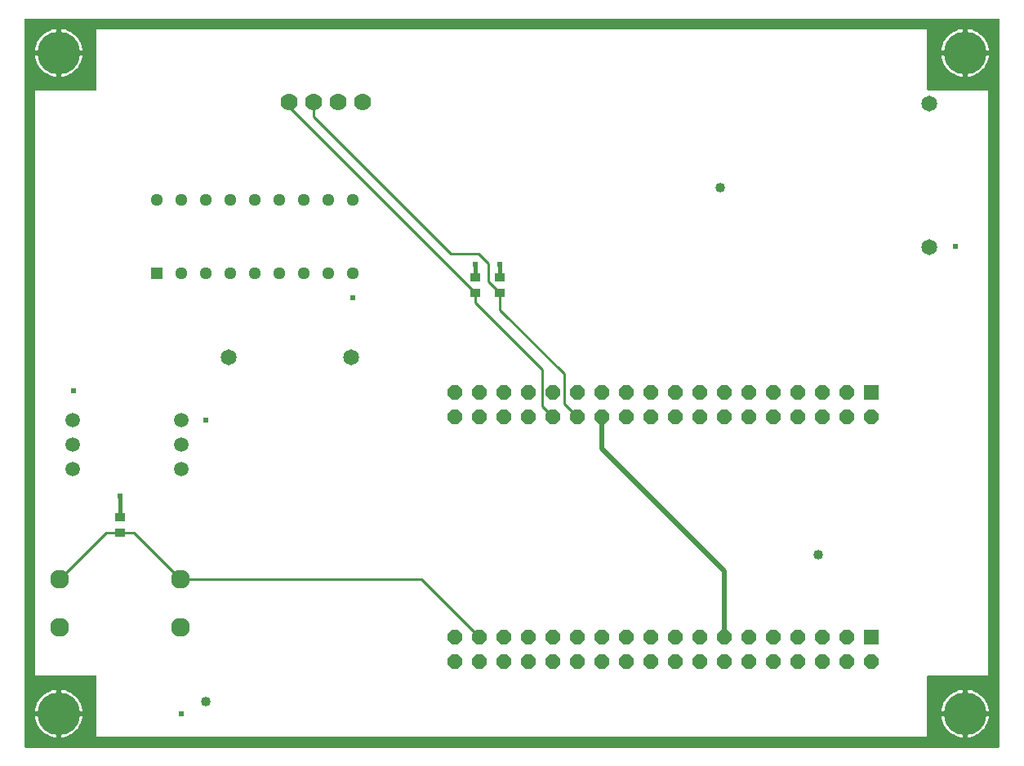
<source format=gbr>
G04 EAGLE Gerber RS-274X export*
G75*
%MOMM*%
%FSLAX34Y34*%
%LPD*%
%INBottom Copper*%
%IPPOS*%
%AMOC8*
5,1,8,0,0,1.08239X$1,22.5*%
G01*
%ADD10C,1.960000*%
%ADD11C,1.651000*%
%ADD12R,1.295400X1.295400*%
%ADD13C,1.295400*%
%ADD14C,1.778000*%
%ADD15C,1.498600*%
%ADD16R,1.031241X0.949959*%
%ADD17R,1.524000X1.524000*%
%ADD18P,1.649562X8X202.500000*%
%ADD19C,4.445000*%
%ADD20C,1.016000*%
%ADD21C,0.609600*%
%ADD22C,0.508000*%
%ADD23C,0.381000*%
%ADD24C,0.254000*%

G36*
X1013444Y758308D02*
X1013444Y758308D01*
X1013437Y758427D01*
X1013424Y758465D01*
X1013419Y758506D01*
X1013376Y758616D01*
X1013339Y758729D01*
X1013317Y758764D01*
X1013302Y758801D01*
X1013233Y758897D01*
X1013169Y758998D01*
X1013139Y759026D01*
X1013116Y759059D01*
X1013024Y759135D01*
X1012937Y759216D01*
X1012902Y759236D01*
X1012871Y759261D01*
X1012763Y759312D01*
X1012659Y759370D01*
X1012619Y759380D01*
X1012583Y759397D01*
X1012466Y759419D01*
X1012351Y759449D01*
X1012291Y759453D01*
X1012271Y759457D01*
X1012250Y759455D01*
X1012190Y759459D01*
X3810Y759459D01*
X3692Y759444D01*
X3573Y759437D01*
X3535Y759424D01*
X3494Y759419D01*
X3384Y759376D01*
X3271Y759339D01*
X3236Y759317D01*
X3199Y759302D01*
X3103Y759233D01*
X3002Y759169D01*
X2974Y759139D01*
X2941Y759116D01*
X2865Y759024D01*
X2784Y758937D01*
X2764Y758902D01*
X2739Y758871D01*
X2688Y758763D01*
X2630Y758659D01*
X2620Y758619D01*
X2603Y758583D01*
X2581Y758466D01*
X2551Y758351D01*
X2547Y758291D01*
X2543Y758271D01*
X2545Y758250D01*
X2541Y758190D01*
X2541Y3810D01*
X2556Y3692D01*
X2563Y3573D01*
X2576Y3535D01*
X2581Y3494D01*
X2624Y3384D01*
X2661Y3271D01*
X2683Y3236D01*
X2698Y3199D01*
X2767Y3103D01*
X2831Y3002D01*
X2861Y2974D01*
X2884Y2941D01*
X2976Y2865D01*
X3063Y2784D01*
X3098Y2764D01*
X3129Y2739D01*
X3237Y2688D01*
X3341Y2630D01*
X3381Y2620D01*
X3417Y2603D01*
X3534Y2581D01*
X3649Y2551D01*
X3709Y2547D01*
X3729Y2543D01*
X3750Y2545D01*
X3810Y2541D01*
X1012190Y2541D01*
X1012308Y2556D01*
X1012427Y2563D01*
X1012465Y2576D01*
X1012506Y2581D01*
X1012616Y2624D01*
X1012729Y2661D01*
X1012764Y2683D01*
X1012801Y2698D01*
X1012897Y2767D01*
X1012998Y2831D01*
X1013026Y2861D01*
X1013059Y2884D01*
X1013135Y2976D01*
X1013216Y3063D01*
X1013236Y3098D01*
X1013261Y3129D01*
X1013312Y3237D01*
X1013370Y3341D01*
X1013380Y3381D01*
X1013397Y3417D01*
X1013419Y3534D01*
X1013449Y3649D01*
X1013453Y3709D01*
X1013457Y3729D01*
X1013455Y3750D01*
X1013459Y3810D01*
X1013459Y758190D01*
X1013444Y758308D01*
G37*
%LPC*%
G36*
X76200Y684531D02*
X76200Y684531D01*
X76318Y684546D01*
X76437Y684553D01*
X76475Y684566D01*
X76516Y684571D01*
X76626Y684614D01*
X76739Y684651D01*
X76774Y684673D01*
X76811Y684688D01*
X76907Y684758D01*
X77008Y684821D01*
X77036Y684851D01*
X77069Y684874D01*
X77145Y684966D01*
X77226Y685053D01*
X77246Y685088D01*
X77271Y685119D01*
X77322Y685227D01*
X77380Y685331D01*
X77390Y685371D01*
X77407Y685407D01*
X77429Y685524D01*
X77459Y685639D01*
X77463Y685700D01*
X77467Y685720D01*
X77465Y685740D01*
X77469Y685800D01*
X77469Y748031D01*
X938531Y748031D01*
X938531Y685800D01*
X938546Y685682D01*
X938553Y685563D01*
X938566Y685525D01*
X938571Y685484D01*
X938614Y685374D01*
X938651Y685261D01*
X938673Y685226D01*
X938688Y685189D01*
X938758Y685093D01*
X938821Y684992D01*
X938851Y684964D01*
X938874Y684931D01*
X938966Y684856D01*
X939053Y684774D01*
X939088Y684754D01*
X939119Y684729D01*
X939227Y684678D01*
X939331Y684620D01*
X939371Y684610D01*
X939407Y684593D01*
X939524Y684571D01*
X939639Y684541D01*
X939700Y684537D01*
X939720Y684533D01*
X939740Y684535D01*
X939800Y684531D01*
X1002031Y684531D01*
X1002031Y77469D01*
X939800Y77469D01*
X939682Y77454D01*
X939563Y77447D01*
X939525Y77434D01*
X939484Y77429D01*
X939374Y77386D01*
X939261Y77349D01*
X939226Y77327D01*
X939189Y77312D01*
X939093Y77243D01*
X938992Y77179D01*
X938964Y77149D01*
X938931Y77126D01*
X938856Y77034D01*
X938774Y76947D01*
X938754Y76912D01*
X938729Y76881D01*
X938678Y76773D01*
X938620Y76669D01*
X938610Y76629D01*
X938593Y76593D01*
X938571Y76476D01*
X938541Y76361D01*
X938537Y76301D01*
X938533Y76281D01*
X938535Y76260D01*
X938531Y76200D01*
X938531Y13969D01*
X77469Y13969D01*
X77469Y76200D01*
X77454Y76318D01*
X77447Y76437D01*
X77434Y76475D01*
X77429Y76516D01*
X77386Y76626D01*
X77349Y76739D01*
X77327Y76774D01*
X77312Y76811D01*
X77243Y76907D01*
X77179Y77008D01*
X77149Y77036D01*
X77126Y77069D01*
X77034Y77145D01*
X76947Y77226D01*
X76912Y77246D01*
X76881Y77271D01*
X76773Y77322D01*
X76669Y77380D01*
X76629Y77390D01*
X76593Y77407D01*
X76476Y77429D01*
X76361Y77459D01*
X76301Y77463D01*
X76281Y77467D01*
X76260Y77465D01*
X76200Y77469D01*
X13969Y77469D01*
X13969Y684531D01*
X76200Y684531D01*
G37*
%LPD*%
%LPC*%
G36*
X40639Y726439D02*
X40639Y726439D01*
X40639Y748536D01*
X42255Y748354D01*
X44967Y747735D01*
X47592Y746817D01*
X50099Y745610D01*
X52454Y744130D01*
X54629Y742395D01*
X56595Y740429D01*
X58330Y738254D01*
X59810Y735899D01*
X61017Y733392D01*
X61935Y730767D01*
X62554Y728055D01*
X62736Y726439D01*
X40639Y726439D01*
G37*
%LPD*%
%LPC*%
G36*
X980439Y40639D02*
X980439Y40639D01*
X980439Y62736D01*
X982055Y62554D01*
X984767Y61935D01*
X987392Y61017D01*
X989899Y59810D01*
X992254Y58330D01*
X994429Y56595D01*
X996395Y54629D01*
X998130Y52454D01*
X999610Y50099D01*
X1000817Y47592D01*
X1001735Y44967D01*
X1002354Y42255D01*
X1002536Y40639D01*
X980439Y40639D01*
G37*
%LPD*%
%LPC*%
G36*
X980439Y726439D02*
X980439Y726439D01*
X980439Y748536D01*
X982055Y748354D01*
X984767Y747735D01*
X987392Y746817D01*
X989899Y745610D01*
X992254Y744130D01*
X994429Y742395D01*
X996395Y740429D01*
X998130Y738254D01*
X999610Y735899D01*
X1000817Y733392D01*
X1001735Y730767D01*
X1002354Y728055D01*
X1002536Y726439D01*
X980439Y726439D01*
G37*
%LPD*%
%LPC*%
G36*
X40639Y40639D02*
X40639Y40639D01*
X40639Y62736D01*
X42255Y62554D01*
X44967Y61935D01*
X47592Y61017D01*
X50099Y59810D01*
X52454Y58330D01*
X54629Y56595D01*
X56595Y54629D01*
X58330Y52454D01*
X59810Y50099D01*
X61017Y47592D01*
X61935Y44967D01*
X62554Y42255D01*
X62736Y40639D01*
X40639Y40639D01*
G37*
%LPD*%
%LPC*%
G36*
X40639Y35561D02*
X40639Y35561D01*
X62736Y35561D01*
X62554Y33945D01*
X61935Y31233D01*
X61017Y28608D01*
X59810Y26101D01*
X58330Y23746D01*
X56595Y21571D01*
X54629Y19605D01*
X52454Y17870D01*
X50099Y16390D01*
X47592Y15183D01*
X44967Y14265D01*
X42255Y13646D01*
X40639Y13464D01*
X40639Y35561D01*
G37*
%LPD*%
%LPC*%
G36*
X13464Y726439D02*
X13464Y726439D01*
X13646Y728055D01*
X14265Y730767D01*
X15183Y733392D01*
X16390Y735899D01*
X17870Y738254D01*
X19605Y740429D01*
X21571Y742395D01*
X23746Y744130D01*
X26101Y745610D01*
X28608Y746817D01*
X31233Y747735D01*
X33945Y748354D01*
X35561Y748536D01*
X35561Y726439D01*
X13464Y726439D01*
G37*
%LPD*%
%LPC*%
G36*
X980439Y721361D02*
X980439Y721361D01*
X1002536Y721361D01*
X1002354Y719745D01*
X1001735Y717033D01*
X1000817Y714408D01*
X999610Y711901D01*
X998130Y709546D01*
X996395Y707371D01*
X994429Y705405D01*
X992254Y703670D01*
X989899Y702190D01*
X987392Y700983D01*
X984767Y700065D01*
X982055Y699446D01*
X980439Y699264D01*
X980439Y721361D01*
G37*
%LPD*%
%LPC*%
G36*
X953264Y40639D02*
X953264Y40639D01*
X953446Y42255D01*
X954065Y44967D01*
X954983Y47592D01*
X956190Y50099D01*
X957670Y52454D01*
X959405Y54629D01*
X961371Y56595D01*
X963546Y58330D01*
X965901Y59810D01*
X968408Y61017D01*
X971033Y61935D01*
X973745Y62554D01*
X975361Y62736D01*
X975361Y40639D01*
X953264Y40639D01*
G37*
%LPD*%
%LPC*%
G36*
X40639Y721361D02*
X40639Y721361D01*
X62736Y721361D01*
X62554Y719745D01*
X61935Y717033D01*
X61017Y714408D01*
X59810Y711901D01*
X58330Y709546D01*
X56595Y707371D01*
X54629Y705405D01*
X52454Y703670D01*
X50099Y702190D01*
X47592Y700983D01*
X44967Y700065D01*
X42255Y699446D01*
X40639Y699264D01*
X40639Y721361D01*
G37*
%LPD*%
%LPC*%
G36*
X13464Y40639D02*
X13464Y40639D01*
X13646Y42255D01*
X14265Y44967D01*
X15183Y47592D01*
X16390Y50099D01*
X17870Y52454D01*
X19605Y54629D01*
X21571Y56595D01*
X23746Y58330D01*
X26101Y59810D01*
X28608Y61017D01*
X31233Y61935D01*
X33945Y62554D01*
X35561Y62736D01*
X35561Y40639D01*
X13464Y40639D01*
G37*
%LPD*%
%LPC*%
G36*
X953264Y726439D02*
X953264Y726439D01*
X953446Y728055D01*
X954065Y730767D01*
X954983Y733392D01*
X956190Y735899D01*
X957670Y738254D01*
X959405Y740429D01*
X961371Y742395D01*
X963546Y744130D01*
X965901Y745610D01*
X968408Y746817D01*
X971033Y747735D01*
X973745Y748354D01*
X975361Y748536D01*
X975361Y726439D01*
X953264Y726439D01*
G37*
%LPD*%
%LPC*%
G36*
X980439Y35561D02*
X980439Y35561D01*
X1002536Y35561D01*
X1002354Y33945D01*
X1001735Y31233D01*
X1000817Y28608D01*
X999610Y26101D01*
X998130Y23746D01*
X996395Y21571D01*
X994429Y19605D01*
X992254Y17870D01*
X989899Y16390D01*
X987392Y15183D01*
X984767Y14265D01*
X982055Y13646D01*
X980439Y13464D01*
X980439Y35561D01*
G37*
%LPD*%
%LPC*%
G36*
X33945Y699446D02*
X33945Y699446D01*
X31233Y700065D01*
X28608Y700983D01*
X26101Y702190D01*
X23746Y703670D01*
X21571Y705405D01*
X19605Y707371D01*
X17870Y709546D01*
X16390Y711901D01*
X15183Y714408D01*
X14265Y717033D01*
X13646Y719745D01*
X13464Y721361D01*
X35561Y721361D01*
X35561Y699264D01*
X33945Y699446D01*
G37*
%LPD*%
%LPC*%
G36*
X973745Y699446D02*
X973745Y699446D01*
X971033Y700065D01*
X968408Y700983D01*
X965901Y702190D01*
X963546Y703670D01*
X961371Y705405D01*
X959405Y707371D01*
X957670Y709546D01*
X956190Y711901D01*
X954983Y714408D01*
X954065Y717033D01*
X953446Y719745D01*
X953264Y721361D01*
X975361Y721361D01*
X975361Y699264D01*
X973745Y699446D01*
G37*
%LPD*%
%LPC*%
G36*
X973745Y13646D02*
X973745Y13646D01*
X971033Y14265D01*
X968408Y15183D01*
X965901Y16390D01*
X963546Y17870D01*
X961371Y19605D01*
X959405Y21571D01*
X957670Y23746D01*
X956190Y26101D01*
X954983Y28608D01*
X954065Y31233D01*
X953446Y33945D01*
X953264Y35561D01*
X975361Y35561D01*
X975361Y13464D01*
X973745Y13646D01*
G37*
%LPD*%
%LPC*%
G36*
X33945Y13646D02*
X33945Y13646D01*
X31233Y14265D01*
X28608Y15183D01*
X26101Y16390D01*
X23746Y17870D01*
X21571Y19605D01*
X19605Y21571D01*
X17870Y23746D01*
X16390Y26101D01*
X15183Y28608D01*
X14265Y31233D01*
X13646Y33945D01*
X13464Y35561D01*
X35561Y35561D01*
X35561Y13464D01*
X33945Y13646D01*
G37*
%LPD*%
%LPC*%
G36*
X38099Y38099D02*
X38099Y38099D01*
X38099Y38101D01*
X38101Y38101D01*
X38101Y38099D01*
X38099Y38099D01*
G37*
%LPD*%
%LPC*%
G36*
X977899Y38099D02*
X977899Y38099D01*
X977899Y38101D01*
X977901Y38101D01*
X977901Y38099D01*
X977899Y38099D01*
G37*
%LPD*%
%LPC*%
G36*
X977899Y723899D02*
X977899Y723899D01*
X977899Y723901D01*
X977901Y723901D01*
X977901Y723899D01*
X977899Y723899D01*
G37*
%LPD*%
%LPC*%
G36*
X38099Y723899D02*
X38099Y723899D01*
X38099Y723901D01*
X38101Y723901D01*
X38101Y723899D01*
X38099Y723899D01*
G37*
%LPD*%
D10*
X39100Y177400D03*
X39100Y127400D03*
X164100Y127400D03*
X164100Y177400D03*
D11*
X341100Y407700D03*
X214100Y407700D03*
D12*
X139700Y495300D03*
D13*
X165100Y495300D03*
X190500Y495300D03*
X215900Y495300D03*
X241300Y495300D03*
X266700Y495300D03*
X292100Y495300D03*
X317500Y495300D03*
X342900Y495300D03*
X342900Y571500D03*
X317500Y571500D03*
X292100Y571500D03*
X266700Y571500D03*
X241300Y571500D03*
X215900Y571500D03*
X190500Y571500D03*
X165100Y571500D03*
X139700Y571500D03*
D11*
X941100Y522500D03*
X941100Y671300D03*
D14*
X276860Y673100D03*
X302260Y673100D03*
X327660Y673100D03*
X353060Y673100D03*
D15*
X165100Y342900D03*
X165100Y317500D03*
X165100Y292100D03*
X52578Y342900D03*
X52578Y317500D03*
X52578Y292100D03*
D16*
X101600Y225679D03*
X101600Y241681D03*
X469900Y474599D03*
X469900Y490601D03*
X495300Y474599D03*
X495300Y490601D03*
D17*
X880700Y371100D03*
D18*
X880700Y345700D03*
X855300Y371100D03*
X855300Y345700D03*
X829900Y371100D03*
X829900Y345700D03*
X804500Y371100D03*
X804500Y345700D03*
X779100Y371100D03*
X779100Y345700D03*
X753700Y371100D03*
X753700Y345700D03*
X728300Y371100D03*
X728300Y345700D03*
X702900Y371100D03*
X702900Y345700D03*
X677500Y371100D03*
X677500Y345700D03*
X652100Y371100D03*
X652100Y345700D03*
X626700Y371100D03*
X626700Y345700D03*
X601300Y371100D03*
X601300Y345700D03*
X575900Y371100D03*
X575900Y345700D03*
X550500Y371100D03*
X550500Y345700D03*
X525100Y371100D03*
X525100Y345700D03*
X499700Y371100D03*
X499700Y345700D03*
X474300Y371100D03*
X474300Y345700D03*
X448900Y371100D03*
X448900Y345700D03*
D17*
X880700Y117100D03*
D18*
X880700Y91700D03*
X855300Y117100D03*
X855300Y91700D03*
X829900Y117100D03*
X829900Y91700D03*
X804500Y117100D03*
X804500Y91700D03*
X779100Y117100D03*
X779100Y91700D03*
X753700Y117100D03*
X753700Y91700D03*
X728300Y117100D03*
X728300Y91700D03*
X702900Y117100D03*
X702900Y91700D03*
X677500Y117100D03*
X677500Y91700D03*
X652100Y117100D03*
X652100Y91700D03*
X626700Y117100D03*
X626700Y91700D03*
X601300Y117100D03*
X601300Y91700D03*
X575900Y117100D03*
X575900Y91700D03*
X550500Y117100D03*
X550500Y91700D03*
X525100Y117100D03*
X525100Y91700D03*
X499700Y117100D03*
X499700Y91700D03*
X474300Y117100D03*
X474300Y91700D03*
X448900Y117100D03*
X448900Y91700D03*
D19*
X38100Y38100D03*
X977900Y723900D03*
X38100Y723900D03*
X977900Y38100D03*
D20*
X723900Y584200D03*
X190500Y50800D03*
X825500Y203200D03*
D21*
X342900Y469900D03*
X190500Y342900D03*
X165100Y38100D03*
D22*
X601300Y313100D02*
X601300Y345700D01*
X728300Y186100D02*
X728300Y117100D01*
X728300Y186100D02*
X601300Y313100D01*
D23*
X469900Y490601D02*
X469900Y504190D01*
D21*
X469900Y504190D03*
D23*
X495300Y504190D02*
X495300Y490601D01*
D21*
X495300Y504190D03*
D23*
X101600Y264160D02*
X101600Y241681D01*
D24*
X101600Y264160D02*
X101600Y264541D01*
D21*
X101600Y264160D03*
X53340Y373380D03*
X967740Y523240D03*
D24*
X276860Y668020D02*
X276860Y673100D01*
X467360Y474599D02*
X469900Y474599D01*
X469900Y464439D01*
X539070Y395269D01*
X539070Y357130D02*
X550500Y345700D01*
X539070Y357130D02*
X539070Y395269D01*
X467360Y474599D02*
X467360Y477520D01*
X276860Y668020D01*
X561930Y359670D02*
X575900Y345700D01*
X495300Y457200D02*
X495300Y474599D01*
X495300Y457200D02*
X561930Y390570D01*
X561930Y359670D01*
X302260Y657860D02*
X302260Y673100D01*
X302260Y657860D02*
X444500Y515620D01*
X483790Y486109D02*
X495300Y474599D01*
X483790Y486109D02*
X483790Y505079D01*
X473249Y515620D01*
X444500Y515620D01*
X414000Y177400D02*
X164100Y177400D01*
X414000Y177400D02*
X474300Y117100D01*
X87379Y225679D02*
X39100Y177400D01*
X87379Y225679D02*
X101600Y225679D01*
X115821Y225679D02*
X164100Y177400D01*
X115821Y225679D02*
X101600Y225679D01*
M02*

</source>
